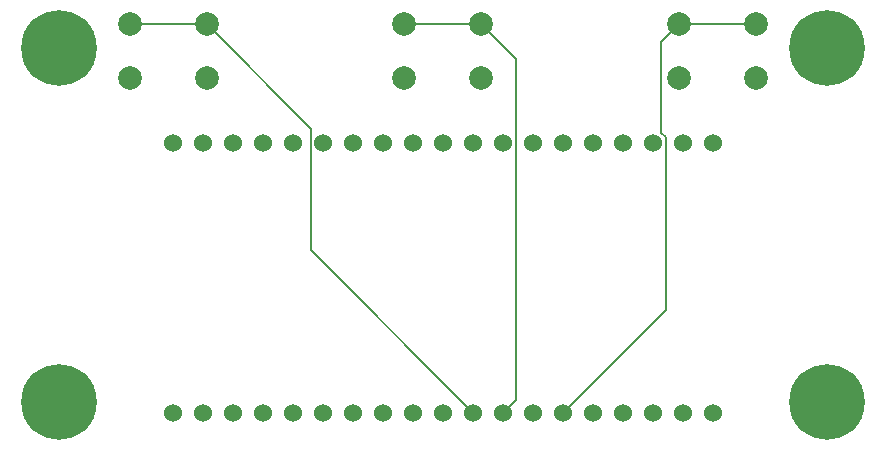
<source format=gbr>
%TF.GenerationSoftware,KiCad,Pcbnew,7.0.11+dfsg-1build4*%
%TF.CreationDate,2026-01-30T16:30:12+11:00*%
%TF.ProjectId,desk-controller,6465736b-2d63-46f6-9e74-726f6c6c6572,rev?*%
%TF.SameCoordinates,Original*%
%TF.FileFunction,Copper,L1,Top*%
%TF.FilePolarity,Positive*%
%FSLAX46Y46*%
G04 Gerber Fmt 4.6, Leading zero omitted, Abs format (unit mm)*
G04 Created by KiCad (PCBNEW 7.0.11+dfsg-1build4) date 2026-01-30 16:30:12*
%MOMM*%
%LPD*%
G01*
G04 APERTURE LIST*
%TA.AperFunction,ComponentPad*%
%ADD10C,0.800000*%
%TD*%
%TA.AperFunction,ComponentPad*%
%ADD11C,6.400000*%
%TD*%
%TA.AperFunction,ComponentPad*%
%ADD12C,2.000000*%
%TD*%
%TA.AperFunction,ComponentPad*%
%ADD13C,1.524000*%
%TD*%
%TA.AperFunction,Conductor*%
%ADD14C,0.200000*%
%TD*%
G04 APERTURE END LIST*
D10*
%TO.P,H3,1,1*%
%TO.N,GND*%
X101600000Y-104000000D03*
X102302944Y-102302944D03*
X102302944Y-105697056D03*
X104000000Y-101600000D03*
D11*
X104000000Y-104000000D03*
D10*
X104000000Y-106400000D03*
X105697056Y-102302944D03*
X105697056Y-105697056D03*
X106400000Y-104000000D03*
%TD*%
D12*
%TO.P,SW1,1,1*%
%TO.N,Net-(U1-IO21)*%
X156500000Y-102000000D03*
X163000000Y-102000000D03*
%TO.P,SW1,2,2*%
%TO.N,GND*%
X156500000Y-106500000D03*
X163000000Y-106500000D03*
%TD*%
%TO.P,SW3,1,1*%
%TO.N,Net-(U1-IO18)*%
X110000000Y-102000000D03*
X116500000Y-102000000D03*
%TO.P,SW3,2,2*%
%TO.N,GND*%
X110000000Y-106500000D03*
X116500000Y-106500000D03*
%TD*%
D10*
%TO.P,H4,1,1*%
%TO.N,GND*%
X166600000Y-134000000D03*
X167302944Y-132302944D03*
X167302944Y-135697056D03*
X169000000Y-131600000D03*
D11*
X169000000Y-134000000D03*
D10*
X169000000Y-136400000D03*
X170697056Y-132302944D03*
X170697056Y-135697056D03*
X171400000Y-134000000D03*
%TD*%
%TO.P,H2,1,1*%
%TO.N,GND*%
X101600000Y-134000000D03*
X102302944Y-132302944D03*
X102302944Y-135697056D03*
X104000000Y-131600000D03*
D11*
X104000000Y-134000000D03*
D10*
X104000000Y-136400000D03*
X105697056Y-132302944D03*
X105697056Y-135697056D03*
X106400000Y-134000000D03*
%TD*%
D13*
%TO.P,U1,1,3.3V*%
%TO.N,unconnected-(U1-3.3V-Pad1)*%
X159400000Y-112000000D03*
%TO.P,U1,2,EN*%
%TO.N,unconnected-(U1-EN-Pad2)*%
X156860000Y-112000000D03*
%TO.P,U1,3,SENSOR_VP*%
%TO.N,unconnected-(U1-SENSOR_VP-Pad3)*%
X154320000Y-112000000D03*
%TO.P,U1,4,SENSOR_VN*%
%TO.N,unconnected-(U1-SENSOR_VN-Pad4)*%
X151780000Y-112000000D03*
%TO.P,U1,5,IO34*%
%TO.N,unconnected-(U1-IO34-Pad5)*%
X149240000Y-112000000D03*
%TO.P,U1,6,IO35*%
%TO.N,unconnected-(U1-IO35-Pad6)*%
X146700000Y-112000000D03*
%TO.P,U1,7,IO32*%
%TO.N,unconnected-(U1-IO32-Pad7)*%
X144160000Y-112000000D03*
%TO.P,U1,8,IO33*%
%TO.N,unconnected-(U1-IO33-Pad8)*%
X141620000Y-112000000D03*
%TO.P,U1,9,IO25*%
%TO.N,unconnected-(U1-IO25-Pad9)*%
X139080000Y-112000000D03*
%TO.P,U1,10,IO26*%
%TO.N,unconnected-(U1-IO26-Pad10)*%
X136540000Y-112000000D03*
%TO.P,U1,11,IO27*%
%TO.N,unconnected-(U1-IO27-Pad11)*%
X134000000Y-112000000D03*
%TO.P,U1,12,IO14*%
%TO.N,unconnected-(U1-IO14-Pad12)*%
X131460000Y-112000000D03*
%TO.P,U1,13,IO12*%
%TO.N,unconnected-(U1-IO12-Pad13)*%
X128920000Y-112000000D03*
%TO.P,U1,14,GND*%
%TO.N,GND*%
X126380000Y-112000000D03*
%TO.P,U1,15,IO13*%
%TO.N,unconnected-(U1-IO13-Pad15)*%
X123840000Y-112000000D03*
%TO.P,U1,16,SD2*%
%TO.N,unconnected-(U1-SD2-Pad16)*%
X121300000Y-112000000D03*
%TO.P,U1,17,SD3*%
%TO.N,unconnected-(U1-SD3-Pad17)*%
X118760000Y-112000000D03*
%TO.P,U1,18,CMD*%
%TO.N,unconnected-(U1-CMD-Pad18)*%
X116220000Y-112000000D03*
%TO.P,U1,19,5V*%
%TO.N,Net-(U1-5V)*%
X113680000Y-112000000D03*
%TO.P,U1,20,GND*%
%TO.N,GND*%
X159400000Y-134860000D03*
%TO.P,U1,21,IO23*%
%TO.N,unconnected-(U1-IO23-Pad21)*%
X156860000Y-134860000D03*
%TO.P,U1,22,IO22*%
%TO.N,unconnected-(U1-IO22-Pad22)*%
X154320000Y-134860000D03*
%TO.P,U1,23,TXD0*%
%TO.N,unconnected-(U1-TXD0-Pad23)*%
X151780000Y-134860000D03*
%TO.P,U1,24,RXD0*%
%TO.N,unconnected-(U1-RXD0-Pad24)*%
X149240000Y-134860000D03*
%TO.P,U1,25,IO21*%
%TO.N,Net-(U1-IO21)*%
X146700000Y-134860000D03*
%TO.P,U1,26,GND*%
%TO.N,GND*%
X144160000Y-134860000D03*
%TO.P,U1,27,IO19*%
%TO.N,Net-(U1-IO19)*%
X141620000Y-134860000D03*
%TO.P,U1,28,IO18*%
%TO.N,Net-(U1-IO18)*%
X139080000Y-134860000D03*
%TO.P,U1,29,IO5*%
%TO.N,unconnected-(U1-IO5-Pad29)*%
X136540000Y-134860000D03*
%TO.P,U1,30,IO17*%
%TO.N,unconnected-(U1-IO17-Pad30)*%
X134000000Y-134860000D03*
%TO.P,U1,31,IO16*%
%TO.N,unconnected-(U1-IO16-Pad31)*%
X131460000Y-134860000D03*
%TO.P,U1,32,IO4*%
%TO.N,unconnected-(U1-IO4-Pad32)*%
X128920000Y-134860000D03*
%TO.P,U1,33,IO0*%
%TO.N,unconnected-(U1-IO0-Pad33)*%
X126380000Y-134860000D03*
%TO.P,U1,34,IO2*%
%TO.N,unconnected-(U1-IO2-Pad34)*%
X123840000Y-134860000D03*
%TO.P,U1,35,IO15*%
%TO.N,unconnected-(U1-IO15-Pad35)*%
X121300000Y-134860000D03*
%TO.P,U1,36,SD1*%
%TO.N,unconnected-(U1-SD1-Pad36)*%
X118760000Y-134860000D03*
%TO.P,U1,37,SD0*%
%TO.N,unconnected-(U1-SD0-Pad37)*%
X116220000Y-134860000D03*
%TO.P,U1,38,CLK*%
%TO.N,unconnected-(U1-CLK-Pad38)*%
X113680000Y-134860000D03*
%TD*%
D10*
%TO.P,H1,1,1*%
%TO.N,GND*%
X166600000Y-104000000D03*
X167302944Y-102302944D03*
X167302944Y-105697056D03*
X169000000Y-101600000D03*
D11*
X169000000Y-104000000D03*
D10*
X169000000Y-106400000D03*
X170697056Y-102302944D03*
X170697056Y-105697056D03*
X171400000Y-104000000D03*
%TD*%
D12*
%TO.P,SW2,1,1*%
%TO.N,Net-(U1-IO19)*%
X133250000Y-102000000D03*
X139750000Y-102000000D03*
%TO.P,SW2,2,2*%
%TO.N,GND*%
X133250000Y-106500000D03*
X139750000Y-106500000D03*
%TD*%
D14*
%TO.N,Net-(U1-IO21)*%
X156500000Y-102000000D02*
X155000000Y-103500000D01*
X155382000Y-111560105D02*
X155382000Y-126178000D01*
X155000000Y-111178105D02*
X155382000Y-111560105D01*
X155382000Y-126178000D02*
X146700000Y-134860000D01*
X163000000Y-102000000D02*
X156500000Y-102000000D01*
X155000000Y-103500000D02*
X155000000Y-111178105D01*
%TO.N,Net-(U1-IO19)*%
X139750000Y-102000000D02*
X142682000Y-104932000D01*
X133250000Y-102000000D02*
X139750000Y-102000000D01*
X142682000Y-104932000D02*
X142682000Y-133798000D01*
X142682000Y-133798000D02*
X141620000Y-134860000D01*
%TO.N,Net-(U1-IO18)*%
X110000000Y-102000000D02*
X116500000Y-102000000D01*
X125318000Y-110818000D02*
X125318000Y-121098000D01*
X125318000Y-121098000D02*
X139080000Y-134860000D01*
X116500000Y-102000000D02*
X125318000Y-110818000D01*
%TD*%
M02*

</source>
